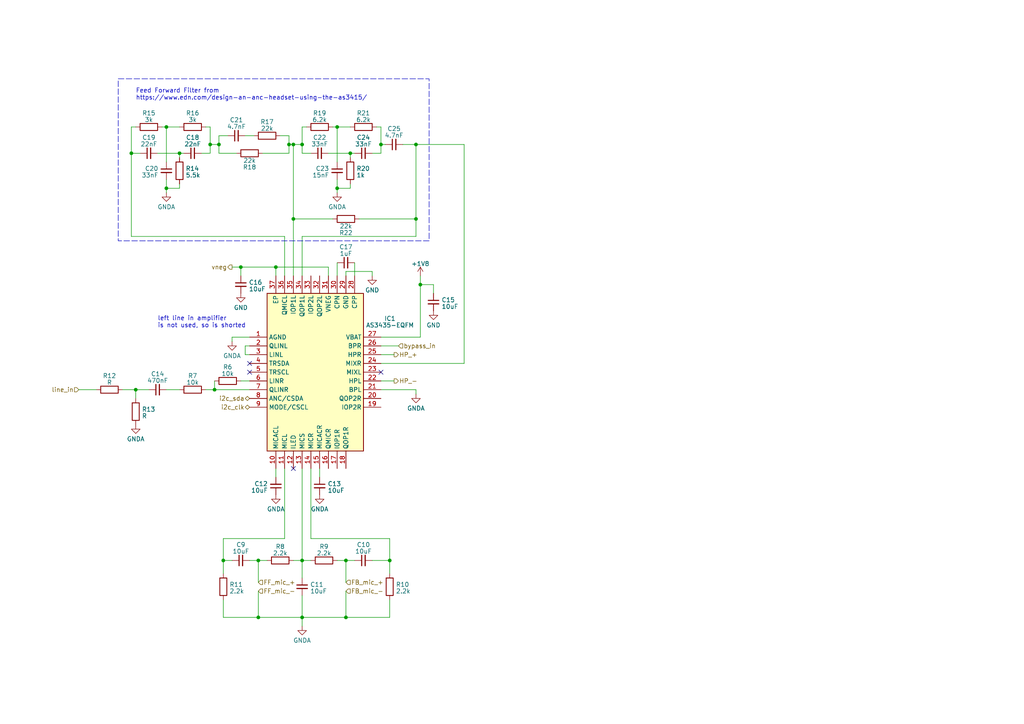
<source format=kicad_sch>
(kicad_sch (version 20230121) (generator eeschema)
  (paper "A4")
  (lib_symbols
    (symbol "AS3435:AS3435-EQFM"
      (property "Reference" "IC" (at 34.29 17.78 0))
      (property "Value" "AS3435-EQFM" (at 34.29 15.24 0))
      (symbol "AS3435-EQFM_1_1"
        (rectangle (start 5.08 12.7) (end 33.02 -33.02) (stroke (width 0.254)) (fill (type background)))
        (pin passive line (at 0 0 0) (length 5.08) (name "AGND") (number "1"))
        (pin passive line (at 7.62 -38.1 90) (length 5.08) (name "MICACL") (number "10"))
        (pin passive line (at 10.16 -38.1 90) (length 5.08) (name "MICL") (number "11"))
        (pin passive line (at 12.7 -38.1 90) (length 5.08) (name "ILED") (number "12"))
        (pin passive line (at 15.24 -38.1 90) (length 5.08) (name "MICS") (number "13"))
        (pin passive line (at 17.78 -38.1 90) (length 5.08) (name "MICR") (number "14"))
        (pin passive line (at 20.32 -38.1 90) (length 5.08) (name "MICACR") (number "15"))
        (pin passive line (at 22.86 -38.1 90) (length 5.08) (name "QMICR") (number "16"))
        (pin passive line (at 25.4 -38.1 90) (length 5.08) (name "IOP1R") (number "17"))
        (pin passive line (at 27.94 -38.1 90) (length 5.08) (name "QOP1R") (number "18"))
        (pin passive line (at 38.1 -20.32 180) (length 5.08) (name "IOP2R") (number "19"))
        (pin passive line (at 0 -2.54 0) (length 5.08) (name "QLINL") (number "2"))
        (pin passive line (at 38.1 -17.78 180) (length 5.08) (name "QOP2R") (number "20"))
        (pin passive line (at 38.1 -15.24 180) (length 5.08) (name "BPL") (number "21"))
        (pin passive line (at 38.1 -12.7 180) (length 5.08) (name "HPL") (number "22"))
        (pin passive line (at 38.1 -10.16 180) (length 5.08) (name "MIXL") (number "23"))
        (pin passive line (at 38.1 -7.62 180) (length 5.08) (name "MIXR") (number "24"))
        (pin passive line (at 38.1 -5.08 180) (length 5.08) (name "HPR") (number "25"))
        (pin passive line (at 38.1 -2.54 180) (length 5.08) (name "BPR") (number "26"))
        (pin passive line (at 38.1 0 180) (length 5.08) (name "VBAT") (number "27"))
        (pin passive line (at 30.48 17.78 270) (length 5.08) (name "CPP") (number "28"))
        (pin passive line (at 27.94 17.78 270) (length 5.08) (name "GND") (number "29"))
        (pin passive line (at 0 -5.08 0) (length 5.08) (name "LINL") (number "3"))
        (pin passive line (at 25.4 17.78 270) (length 5.08) (name "CPN") (number "30"))
        (pin passive line (at 22.86 17.78 270) (length 5.08) (name "VNEG") (number "31"))
        (pin passive line (at 20.32 17.78 270) (length 5.08) (name "QOP2L") (number "32"))
        (pin passive line (at 17.78 17.78 270) (length 5.08) (name "IOP2L") (number "33"))
        (pin passive line (at 15.24 17.78 270) (length 5.08) (name "QOP1L") (number "34"))
        (pin passive line (at 12.7 17.78 270) (length 5.08) (name "IOP1L") (number "35"))
        (pin passive line (at 10.16 17.78 270) (length 5.08) (name "QMICL") (number "36"))
        (pin passive line (at 7.62 17.78 270) (length 5.08) (name "EP") (number "37"))
        (pin passive line (at 0 -7.62 0) (length 5.08) (name "TRSDA") (number "4"))
        (pin passive line (at 0 -10.16 0) (length 5.08) (name "TRSCL") (number "5"))
        (pin passive line (at 0 -12.7 0) (length 5.08) (name "LINR") (number "6"))
        (pin passive line (at 0 -15.24 0) (length 5.08) (name "QLINR") (number "7"))
        (pin passive line (at 0 -17.78 0) (length 5.08) (name "ANC/CSDA") (number "8"))
        (pin passive line (at 0 -20.32 0) (length 5.08) (name "MODE/CSCL") (number "9"))
      )
    )
    (symbol "Device:C_Small" (pin_numbers hide) (pin_names (offset 0.254) hide)
      (property "Reference" "C" (at 0.254 1.778 0))
      (property "Value" "C_Small" (at 0.254 -2.032 0))
      (symbol "C_Small_0_1"
        (polyline (pts (xy -1.524 -0.508) (xy 1.524 -0.508)) (stroke (width 0.3302)))
        (polyline (pts (xy -1.524 0.508) (xy 1.524 0.508)) (stroke (width 0.3048)))
      )
      (symbol "C_Small_1_1"
        (pin passive line (at 0 2.54 270) (length 2.032) (name "~") (number "1"))
        (pin passive line (at 0 -2.54 90) (length 2.032) (name "~") (number "2"))
      )
    )
    (symbol "Device:R" (pin_numbers hide) (pin_names (offset 0))
      (property "Reference" "R" (at 2.032 0 90))
      (property "Value" "R" (at 0 0 90))
      (symbol "R_0_1"
        (rectangle (start -1.016 -2.54) (end 1.016 2.54) (stroke (width 0.254)))
      )
      (symbol "R_1_1"
        (pin passive line (at 0 3.81 270) (length 1.27) (name "~") (number "1"))
        (pin passive line (at 0 -3.81 90) (length 1.27) (name "~") (number "2"))
      )
    )
    (symbol "power:+1V8" (power) (pin_names (offset 0))
      (property "Value" "+1V8" (at 0 3.556 0))
      (symbol "+1V8_0_1"
        (polyline (pts (xy -0.762 1.27) (xy 0 2.54)))
        (polyline (pts (xy 0 0) (xy 0 2.54)))
        (polyline (pts (xy 0 2.54) (xy 0.762 1.27)))
      )
      (symbol "+1V8_1_1"
        (pin power_in line (at 0 0 90) (length 0) hide (name "+1V8") (number "1"))
      )
    )
    (symbol "power:GND" (power) (pin_names (offset 0))
      (property "Value" "GND" (at 0 -3.81 0))
      (symbol "GND_0_1"
        (polyline (pts (xy 0 0) (xy 0 -1.27) (xy 1.27 -1.27) (xy 0 -2.54) (xy -1.27 -1.27) (xy 0 -1.27)))
      )
      (symbol "GND_1_1"
        (pin power_in line (at 0 0 270) (length 0) hide (name "GND") (number "1"))
      )
    )
    (symbol "power:GNDA" (power) (pin_names (offset 0))
      (property "Value" "GNDA" (at 0 -3.81 0))
      (symbol "GNDA_0_1"
        (polyline (pts (xy 0 0) (xy 0 -1.27) (xy 1.27 -1.27) (xy 0 -2.54) (xy -1.27 -1.27) (xy 0 -1.27)))
      )
      (symbol "GNDA_1_1"
        (pin power_in line (at 0 0 270) (length 0) hide (name "GNDA") (number "1"))
      )
    )
  )
  (junction (at 100.33 162.56))
  (junction (at 100.33 179.07))
  (junction (at 97.79 54.61))
  (junction (at 74.93 179.07))
  (junction (at 62.23 113.03))
  (junction (at 74.93 162.56))
  (junction (at 52.07 44.45))
  (junction (at 69.85 77.47))
  (junction (at 120.65 41.91))
  (junction (at 48.26 54.61))
  (junction (at 85.09 41.91))
  (junction (at 39.37 113.03))
  (junction (at 83.82 41.91))
  (junction (at 87.63 41.91))
  (junction (at 110.49 41.91))
  (junction (at 60.96 41.91))
  (junction (at 80.01 77.47))
  (junction (at 85.09 63.5))
  (junction (at 64.77 162.56))
  (junction (at 48.26 36.83))
  (junction (at 63.5 41.91))
  (junction (at 87.63 162.56))
  (junction (at 101.6 44.45))
  (junction (at 120.65 63.5))
  (junction (at 38.1 44.45))
  (junction (at 87.63 179.07))
  (junction (at 121.92 82.55))
  (junction (at 97.79 36.83))
  (junction (at 113.03 162.56))
  (no_connect (at 72.39 105.41))
  (no_connect (at 85.09 135.89))
  (no_connect (at 110.49 107.95))
  (no_connect (at 72.39 107.95))
  (wire (pts (xy 96.52 36.83) (xy 97.79 36.83)))
  (wire (pts (xy 120.65 113.03) (xy 110.49 113.03)))
  (wire (pts (xy 100.33 179.07) (xy 113.03 179.07)))
  (wire (pts (xy 66.04 39.37) (xy 63.5 39.37)))
  (wire (pts (xy 46.99 36.83) (xy 48.26 36.83)))
  (wire (pts (xy 134.62 41.91) (xy 134.62 105.41)))
  (wire (pts (xy 121.92 80.01) (xy 121.92 82.55)))
  (wire (pts (xy 58.42 44.45) (xy 60.96 44.45)))
  (wire (pts (xy 113.03 156.21) (xy 113.03 162.56)))
  (wire (pts (xy 97.79 76.2) (xy 97.79 80.01)))
  (wire (pts (xy 87.63 162.56) (xy 87.63 167.64)))
  (wire (pts (xy 71.12 102.87) (xy 72.39 102.87)))
  (wire (pts (xy 85.09 63.5) (xy 85.09 41.91)))
  (wire (pts (xy 110.49 110.49) (xy 114.3 110.49)))
  (wire (pts (xy 82.55 68.58) (xy 82.55 80.01)))
  (wire (pts (xy 71.12 100.33) (xy 71.12 102.87)))
  (wire (pts (xy 74.93 162.56) (xy 74.93 168.91)))
  (wire (pts (xy 72.39 100.33) (xy 71.12 100.33)))
  (wire (pts (xy 80.01 77.47) (xy 69.85 77.47)))
  (wire (pts (xy 107.95 78.74) (xy 107.95 80.01)))
  (wire (pts (xy 87.63 162.56) (xy 90.17 162.56)))
  (wire (pts (xy 82.55 156.21) (xy 64.77 156.21)))
  (wire (pts (xy 64.77 173.99) (xy 64.77 179.07)))
  (wire (pts (xy 22.86 113.03) (xy 27.94 113.03)))
  (wire (pts (xy 59.69 113.03) (xy 62.23 113.03)))
  (wire (pts (xy 92.71 135.89) (xy 92.71 138.43)))
  (wire (pts (xy 120.65 68.58) (xy 120.65 63.5)))
  (wire (pts (xy 110.49 41.91) (xy 110.49 36.83)))
  (wire (pts (xy 102.87 76.2) (xy 102.87 80.01)))
  (wire (pts (xy 45.72 44.45) (xy 52.07 44.45)))
  (wire (pts (xy 63.5 44.45) (xy 68.58 44.45)))
  (wire (pts (xy 100.33 168.91) (xy 100.33 162.56)))
  (wire (pts (xy 82.55 135.89) (xy 82.55 156.21)))
  (wire (pts (xy 120.65 63.5) (xy 120.65 41.91)))
  (wire (pts (xy 39.37 113.03) (xy 39.37 115.57)))
  (wire (pts (xy 39.37 36.83) (xy 38.1 36.83)))
  (wire (pts (xy 90.17 156.21) (xy 113.03 156.21)))
  (wire (pts (xy 48.26 54.61) (xy 52.07 54.61)))
  (wire (pts (xy 100.33 162.56) (xy 102.87 162.56)))
  (wire (pts (xy 60.96 44.45) (xy 60.96 41.91)))
  (wire (pts (xy 87.63 172.72) (xy 87.63 179.07)))
  (wire (pts (xy 74.93 171.45) (xy 74.93 179.07)))
  (wire (pts (xy 71.12 39.37) (xy 73.66 39.37)))
  (wire (pts (xy 87.63 68.58) (xy 120.65 68.58)))
  (wire (pts (xy 107.95 162.56) (xy 113.03 162.56)))
  (wire (pts (xy 64.77 162.56) (xy 64.77 166.37)))
  (wire (pts (xy 62.23 110.49) (xy 62.23 113.03)))
  (wire (pts (xy 63.5 41.91) (xy 63.5 44.45)))
  (wire (pts (xy 87.63 135.89) (xy 87.63 162.56)))
  (wire (pts (xy 74.93 162.56) (xy 77.47 162.56)))
  (wire (pts (xy 83.82 39.37) (xy 83.82 41.91)))
  (wire (pts (xy 87.63 36.83) (xy 87.63 41.91)))
  (wire (pts (xy 110.49 97.79) (xy 121.92 97.79)))
  (wire (pts (xy 87.63 179.07) (xy 100.33 179.07)))
  (wire (pts (xy 48.26 113.03) (xy 52.07 113.03)))
  (wire (pts (xy 95.25 44.45) (xy 101.6 44.45)))
  (wire (pts (xy 69.85 110.49) (xy 72.39 110.49)))
  (wire (pts (xy 85.09 41.91) (xy 87.63 41.91)))
  (wire (pts (xy 35.56 113.03) (xy 39.37 113.03)))
  (wire (pts (xy 121.92 97.79) (xy 121.92 82.55)))
  (wire (pts (xy 100.33 162.56) (xy 97.79 162.56)))
  (wire (pts (xy 110.49 105.41) (xy 134.62 105.41)))
  (wire (pts (xy 107.95 44.45) (xy 110.49 44.45)))
  (wire (pts (xy 67.31 77.47) (xy 69.85 77.47)))
  (wire (pts (xy 110.49 100.33) (xy 115.57 100.33)))
  (wire (pts (xy 85.09 80.01) (xy 85.09 63.5)))
  (wire (pts (xy 63.5 39.37) (xy 63.5 41.91)))
  (wire (pts (xy 52.07 44.45) (xy 53.34 44.45)))
  (wire (pts (xy 95.25 77.47) (xy 80.01 77.47)))
  (wire (pts (xy 134.62 41.91) (xy 120.65 41.91)))
  (wire (pts (xy 60.96 36.83) (xy 59.69 36.83)))
  (wire (pts (xy 125.73 82.55) (xy 125.73 85.09)))
  (wire (pts (xy 67.31 97.79) (xy 67.31 99.06)))
  (wire (pts (xy 48.26 55.88) (xy 48.26 54.61)))
  (wire (pts (xy 38.1 44.45) (xy 38.1 68.58)))
  (wire (pts (xy 100.33 171.45) (xy 100.33 179.07)))
  (wire (pts (xy 48.26 52.07) (xy 48.26 54.61)))
  (wire (pts (xy 85.09 162.56) (xy 87.63 162.56)))
  (wire (pts (xy 83.82 41.91) (xy 83.82 44.45)))
  (wire (pts (xy 38.1 44.45) (xy 40.64 44.45)))
  (wire (pts (xy 74.93 179.07) (xy 87.63 179.07)))
  (wire (pts (xy 81.28 39.37) (xy 83.82 39.37)))
  (wire (pts (xy 101.6 45.72) (xy 101.6 44.45)))
  (wire (pts (xy 100.33 78.74) (xy 107.95 78.74)))
  (wire (pts (xy 60.96 41.91) (xy 60.96 36.83)))
  (wire (pts (xy 72.39 162.56) (xy 74.93 162.56)))
  (wire (pts (xy 101.6 44.45) (xy 102.87 44.45)))
  (wire (pts (xy 113.03 173.99) (xy 113.03 179.07)))
  (wire (pts (xy 97.79 54.61) (xy 101.6 54.61)))
  (wire (pts (xy 48.26 36.83) (xy 48.26 46.99)))
  (wire (pts (xy 52.07 45.72) (xy 52.07 44.45)))
  (wire (pts (xy 95.25 80.01) (xy 95.25 77.47)))
  (wire (pts (xy 64.77 162.56) (xy 67.31 162.56)))
  (wire (pts (xy 110.49 44.45) (xy 110.49 41.91)))
  (wire (pts (xy 62.23 113.03) (xy 72.39 113.03)))
  (wire (pts (xy 43.18 113.03) (xy 39.37 113.03)))
  (wire (pts (xy 97.79 55.88) (xy 97.79 54.61)))
  (wire (pts (xy 100.33 80.01) (xy 100.33 78.74)))
  (wire (pts (xy 38.1 68.58) (xy 82.55 68.58)))
  (wire (pts (xy 110.49 36.83) (xy 109.22 36.83)))
  (wire (pts (xy 90.17 135.89) (xy 90.17 156.21)))
  (wire (pts (xy 120.65 41.91) (xy 116.84 41.91)))
  (wire (pts (xy 72.39 97.79) (xy 67.31 97.79)))
  (wire (pts (xy 104.14 63.5) (xy 120.65 63.5)))
  (wire (pts (xy 83.82 41.91) (xy 85.09 41.91)))
  (wire (pts (xy 120.65 114.3) (xy 120.65 113.03)))
  (wire (pts (xy 87.63 181.61) (xy 87.63 179.07)))
  (wire (pts (xy 69.85 77.47) (xy 69.85 80.01)))
  (wire (pts (xy 96.52 63.5) (xy 85.09 63.5)))
  (wire (pts (xy 97.79 36.83) (xy 97.79 46.99)))
  (wire (pts (xy 52.07 54.61) (xy 52.07 53.34)))
  (wire (pts (xy 64.77 156.21) (xy 64.77 162.56)))
  (wire (pts (xy 110.49 41.91) (xy 111.76 41.91)))
  (wire (pts (xy 60.96 41.91) (xy 63.5 41.91)))
  (wire (pts (xy 38.1 36.83) (xy 38.1 44.45)))
  (wire (pts (xy 87.63 41.91) (xy 87.63 44.45)))
  (wire (pts (xy 88.9 36.83) (xy 87.63 36.83)))
  (wire (pts (xy 64.77 179.07) (xy 74.93 179.07)))
  (wire (pts (xy 80.01 77.47) (xy 80.01 80.01)))
  (wire (pts (xy 87.63 80.01) (xy 87.63 68.58)))
  (wire (pts (xy 97.79 52.07) (xy 97.79 54.61)))
  (wire (pts (xy 110.49 102.87) (xy 114.3 102.87)))
  (wire (pts (xy 76.2 44.45) (xy 83.82 44.45)))
  (wire (pts (xy 48.26 36.83) (xy 52.07 36.83)))
  (wire (pts (xy 80.01 135.89) (xy 80.01 138.43)))
  (wire (pts (xy 113.03 162.56) (xy 113.03 166.37)))
  (wire (pts (xy 101.6 54.61) (xy 101.6 53.34)))
  (wire (pts (xy 121.92 82.55) (xy 125.73 82.55)))
  (wire (pts (xy 97.79 36.83) (xy 101.6 36.83)))
  (wire (pts (xy 87.63 44.45) (xy 90.17 44.45)))
  (rectangle (start 34.29 22.86) (end 124.46 69.85) (stroke (width 0) (type dash)))
  (text "Feed Forward Filter from \nhttps://www.edn.com/design-an-anc-headset-using-the-as3415/" (at 39.37 29.21 0) (effects (font (size 1.27 1.27)) (justify left bottom)))
  (text "left line in amplifier \nis not used, so is shorted" (at 45.72 95.25 0) (effects (font (size 1.27 1.27)) (justify left bottom)))
  (hierarchical_label "i2c_sda" (shape tri_state) (at 72.39 115.57 180))
  (hierarchical_label "HP_-" (shape output) (at 114.3 110.49 0))
  (hierarchical_label "line_in" (shape input) (at 22.86 113.03 180))
  (hierarchical_label "FF_mic_-" (shape input) (at 74.93 171.45 0))
  (hierarchical_label "i2c_clk" (shape tri_state) (at 72.39 118.11 180))
  (hierarchical_label "FF_mic_+" (shape input) (at 74.93 168.91 0))
  (hierarchical_label "FB_mic_+" (shape input) (at 100.33 168.91 0))
  (hierarchical_label "HP_+" (shape output) (at 114.3 102.87 0))
  (hierarchical_label "vneg" (shape output) (at 67.31 77.47 180))
  (hierarchical_label "bypass_in" (shape input) (at 115.57 100.33 0))
  (hierarchical_label "FB_mic_-" (shape input) (at 100.33 171.45 0))
  (symbol (lib_id "Device:R") (at 66.04 110.49 90) (unit 1)
    (property "Reference" "R6" (at 66.04 106.4641 90))
    (property "Value" "10k" (at 66.04 108.3851 90))
  )
  (symbol (lib_id "Device:C_Small") (at 87.63 170.18 0) (unit 1)
    (property "Reference" "C11" (at 89.9541 169.5426 0) (effects (justify left)))
    (property "Value" "10uF" (at 89.9541 171.4636 0) (effects (justify left)))
  )
  (symbol (lib_id "power:GNDA") (at 87.63 181.61 0) (unit 1)
    (property "Reference" "#PWR019" (effects hide))
    (property "Value" "GNDA" (at 87.63 185.7455 0))
  )
  (symbol (lib_id "power:GNDA") (at 80.01 143.51 0) (unit 1)
    (property "Reference" "#PWR020" (effects hide))
    (property "Value" "GNDA" (at 80.01 147.6455 0))
  )
  (symbol (lib_id "Device:R") (at 105.41 36.83 90) (unit 1)
    (property "Reference" "R21" (at 105.41 32.8041 90))
    (property "Value" "6.2k" (at 105.41 34.7251 90))
  )
  (symbol (lib_id "Device:C_Small") (at 125.73 87.63 0) (unit 1)
    (property "Reference" "C15" (at 128.0541 86.9926 0) (effects (justify left)))
    (property "Value" "10uF" (at 128.0541 88.9136 0) (effects (justify left)))
  )
  (symbol (lib_id "Device:C_Small") (at 43.18 44.45 90) (unit 1)
    (property "Reference" "C19" (at 43.1863 39.878 90))
    (property "Value" "22nF" (at 43.1863 41.799 90))
  )
  (symbol (lib_id "power:GNDA") (at 48.26 55.88 0) (unit 1)
    (property "Reference" "#PWR022" (effects hide))
    (property "Value" "GNDA" (at 48.26 60.0155 0))
  )
  (symbol (lib_id "Device:R") (at 31.75 113.03 90) (unit 1)
    (property "Reference" "R12" (at 31.75 109.0041 90))
    (property "Value" "R" (at 31.75 110.9251 90))
  )
  (symbol (lib_id "Device:C_Small") (at 80.01 140.97 0) (mirror x) (unit 1)
    (property "Reference" "C12" (at 77.6859 140.3199 0) (effects (justify right)))
    (property "Value" "10uF" (at 77.6859 142.2409 0) (effects (justify right)))
  )
  (symbol (lib_id "Device:R") (at 43.18 36.83 90) (unit 1)
    (property "Reference" "R15" (at 43.18 32.8041 90))
    (property "Value" "3k" (at 43.18 34.7251 90))
  )
  (symbol (lib_id "Device:R") (at 55.88 113.03 90) (unit 1)
    (property "Reference" "R7" (at 55.88 109.0041 90))
    (property "Value" "10k" (at 55.88 110.9251 90))
  )
  (symbol (lib_id "Device:R") (at 55.88 36.83 90) (unit 1)
    (property "Reference" "R16" (at 55.88 32.8041 90))
    (property "Value" "3k" (at 55.88 34.7251 90))
  )
  (symbol (lib_id "Device:R") (at 92.71 36.83 90) (unit 1)
    (property "Reference" "R19" (at 92.71 32.8041 90))
    (property "Value" "6.2k" (at 92.71 34.7251 90))
  )
  (symbol (lib_id "Device:R") (at 113.03 170.18 0) (unit 1)
    (property "Reference" "R10" (at 114.808 169.5363 0) (effects (justify left)))
    (property "Value" "2.2k" (at 114.808 171.4573 0) (effects (justify left)))
  )
  (symbol (lib_id "power:GNDA") (at 92.71 143.51 0) (unit 1)
    (property "Reference" "#PWR021" (effects hide))
    (property "Value" "GNDA" (at 92.71 147.6455 0))
  )
  (symbol (lib_id "Device:R") (at 101.6 49.53 0) (unit 1)
    (property "Reference" "R20" (at 103.378 48.8863 0) (effects (justify left)))
    (property "Value" "1k" (at 103.378 50.8073 0) (effects (justify left)))
  )
  (symbol (lib_id "power:GND") (at 125.73 90.17 0) (unit 1)
    (property "Reference" "#PWR027" (effects hide))
    (property "Value" "GND" (at 125.73 94.3055 0))
  )
  (symbol (lib_id "power:GNDA") (at 120.65 114.3 0) (unit 1)
    (property "Reference" "#PWR023" (effects hide))
    (property "Value" "GNDA" (at 120.65 118.4355 0))
  )
  (symbol (lib_id "power:GNDA") (at 67.31 99.06 0) (unit 1)
    (property "Reference" "#PWR025" (effects hide))
    (property "Value" "GNDA" (at 67.31 103.1955 0))
  )
  (symbol (lib_id "Device:C_Small") (at 45.72 113.03 90) (unit 1)
    (property "Reference" "C14" (at 45.7263 108.458 90))
    (property "Value" "470nF" (at 45.7263 110.379 90))
  )
  (symbol (lib_id "Device:R") (at 93.98 162.56 90) (unit 1)
    (property "Reference" "R9" (at 93.98 158.5341 90))
    (property "Value" "2.2k" (at 93.98 160.4551 90))
  )
  (symbol (lib_id "Device:R") (at 52.07 49.53 0) (unit 1)
    (property "Reference" "R14" (at 53.848 48.8863 0) (effects (justify left)))
    (property "Value" "5.5k" (at 53.848 50.8073 0) (effects (justify left)))
  )
  (symbol (lib_id "power:GND") (at 107.95 80.01 0) (unit 1)
    (property "Reference" "#PWR028" (effects hide))
    (property "Value" "GND" (at 107.95 84.1455 0))
  )
  (symbol (lib_id "Device:C_Small") (at 69.85 162.56 90) (unit 1)
    (property "Reference" "C9" (at 69.8563 157.988 90))
    (property "Value" "10uF" (at 69.8563 159.909 90))
  )
  (symbol (lib_id "Device:C_Small") (at 100.33 76.2 90) (unit 1)
    (property "Reference" "C17" (at 100.3363 71.628 90))
    (property "Value" "1uF" (at 100.3363 73.549 90))
  )
  (symbol (lib_id "Device:R") (at 64.77 170.18 0) (unit 1)
    (property "Reference" "R11" (at 66.548 169.5363 0) (effects (justify left)))
    (property "Value" "2.2k" (at 66.548 171.4573 0) (effects (justify left)))
  )
  (symbol (lib_id "Device:R") (at 72.39 44.45 270) (mirror x) (unit 1)
    (property "Reference" "R18" (at 72.39 48.4759 90))
    (property "Value" "22k" (at 72.39 46.5549 90))
  )
  (symbol (lib_id "Device:C_Small") (at 69.85 82.55 0) (mirror y) (unit 1)
    (property "Reference" "C16" (at 72.1741 81.9126 0) (effects (justify right)))
    (property "Value" "10uF" (at 72.1741 83.8336 0) (effects (justify right)))
  )
  (symbol (lib_id "Device:C_Small") (at 114.3 41.91 90) (unit 1)
    (property "Reference" "C25" (at 114.3063 37.338 90))
    (property "Value" "4.7nF" (at 114.3063 39.259 90))
  )
  (symbol (lib_id "Device:R") (at 81.28 162.56 90) (unit 1)
    (property "Reference" "R8" (at 81.28 158.5341 90))
    (property "Value" "2.2k" (at 81.28 160.4551 90))
  )
  (symbol (lib_id "power:+1V8") (at 121.92 80.01 0) (unit 1)
    (property "Reference" "#PWR029" (effects hide))
    (property "Value" "+1V8" (at 121.92 76.5081 0))
  )
  (symbol (lib_id "Device:C_Small") (at 97.79 49.53 0) (mirror y) (unit 1)
    (property "Reference" "C23" (at 95.4659 48.8926 0) (effects (justify left)))
    (property "Value" "15nF" (at 95.4659 50.8136 0) (effects (justify left)))
  )
  (symbol (lib_id "Device:R") (at 100.33 63.5 270) (mirror x) (unit 1)
    (property "Reference" "R22" (at 100.33 67.5259 90))
    (property "Value" "22k" (at 100.33 65.6049 90))
  )
  (symbol (lib_id "Device:C_Small") (at 105.41 44.45 90) (unit 1)
    (property "Reference" "C24" (at 105.4163 39.878 90))
    (property "Value" "33nF" (at 105.4163 41.799 90))
  )
  (symbol (lib_id "Device:R") (at 77.47 39.37 90) (unit 1)
    (property "Reference" "R17" (at 77.47 35.3441 90))
    (property "Value" "22k" (at 77.47 37.2651 90))
  )
  (symbol (lib_id "Device:C_Small") (at 92.71 140.97 0) (unit 1)
    (property "Reference" "C13" (at 95.0341 140.3326 0) (effects (justify left)))
    (property "Value" "10uF" (at 95.0341 142.2536 0) (effects (justify left)))
  )
  (symbol (lib_id "Device:C_Small") (at 105.41 162.56 90) (unit 1)
    (property "Reference" "C10" (at 105.4163 157.988 90))
    (property "Value" "10uF" (at 105.4163 159.909 90))
  )
  (symbol (lib_id "AS3435:AS3435-EQFM") (at 72.39 97.79 0) (unit 1)
    (property "Reference" "IC1" (at 113.1075 92.3923 0))
    (property "Value" "AS3435-EQFM" (at 113.1075 94.3133 0))
    (property "Footprint" "Package_DFN_QFN:QFN-32-1EP_5x5mm_P0.5mm_EP3.45x3.45mm" (effects hide))
    (property "Datasheet" "https://media.digikey.com/pdf/data%20sheets/austriamicrosystems%20pdfs/as3415_as3435.pdf" (effects hide))
    (property "Height" "1" (effects hide))
    (property "Manufacturer_Name" "ams" (effects hide))
    (property "Manufacturer_Part_Number" "AS3435-EQFM" (effects hide))
    (property "Mouser Part Number" "985-AS3435-EQFM" (effects hide))
    (property "Mouser Price/Stock" "https://www.mouser.co.uk/ProductDetail/ams/AS3435-EQFM?qs=abmNkq9no6Bz05EeCTNmqg%3D%3D" (effects hide))
    (property "Arrow Part Number" "AS3435-EQFM" (effects hide))
    (property "Arrow Price/Stock" "https://www.arrow.com/en/products/as3435-eqfm/ams-ag" (effects hide))
  )
  (symbol (lib_id "Device:R") (at 39.37 119.38 180) (unit 1)
    (property "Reference" "R13" (at 41.148 118.7363 0) (effects (justify right)))
    (property "Value" "R" (at 41.148 120.6573 0) (effects (justify right)))
  )
  (symbol (lib_id "Device:C_Small") (at 92.71 44.45 90) (unit 1)
    (property "Reference" "C22" (at 92.7163 39.878 90))
    (property "Value" "33nF" (at 92.7163 41.799 90))
  )
  (symbol (lib_id "power:GNDA") (at 97.79 55.88 0) (unit 1)
    (property "Reference" "#PWR030" (effects hide))
    (property "Value" "GNDA" (at 97.79 60.0155 0))
  )
  (symbol (lib_id "power:GNDA") (at 39.37 123.19 0) (unit 1)
    (property "Reference" "#PWR024" (effects hide))
    (property "Value" "GNDA" (at 39.37 127.3255 0))
  )
  (symbol (lib_id "power:GND") (at 69.85 85.09 0) (mirror y) (unit 1)
    (property "Reference" "#PWR026" (effects hide))
    (property "Value" "GND" (at 69.85 89.2255 0))
  )
  (symbol (lib_id "Device:C_Small") (at 55.88 44.45 90) (unit 1)
    (property "Reference" "C18" (at 55.8863 39.878 90))
    (property "Value" "22nF" (at 55.8863 41.799 90))
  )
  (symbol (lib_id "Device:C_Small") (at 68.58 39.37 90) (unit 1)
    (property "Reference" "C21" (at 68.5863 34.798 90))
    (property "Value" "4.7nF" (at 68.5863 36.719 90))
  )
  (symbol (lib_id "Device:C_Small") (at 48.26 49.53 0) (mirror y) (unit 1)
    (property "Reference" "C20" (at 45.9359 48.8926 0) (effects (justify left)))
    (property "Value" "33nF" (at 45.9359 50.8136 0) (effects (justify left)))
  )
)
</source>
